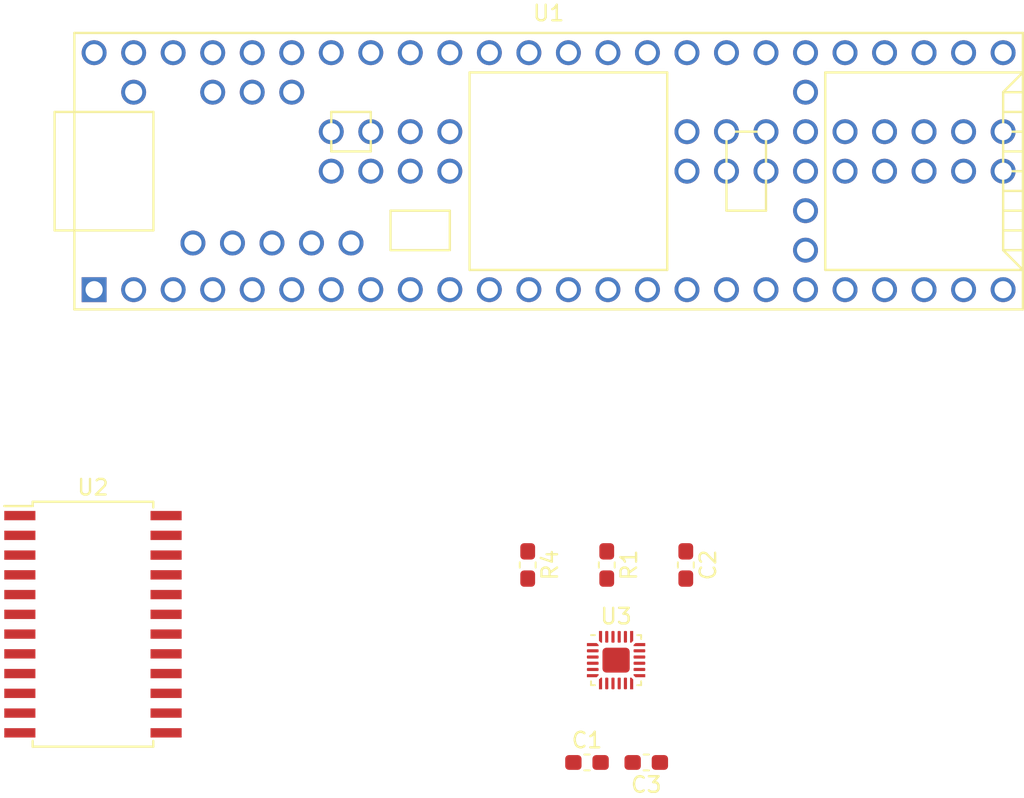
<source format=kicad_pcb>
(kicad_pcb (version 20171130) (host pcbnew "(5.0.0)")

  (general
    (thickness 1.6)
    (drawings 0)
    (tracks 0)
    (zones 0)
    (modules 8)
    (nets 109)
  )

  (page A4)
  (layers
    (0 F.Cu signal)
    (31 B.Cu signal)
    (32 B.Adhes user)
    (33 F.Adhes user)
    (34 B.Paste user)
    (35 F.Paste user)
    (36 B.SilkS user)
    (37 F.SilkS user)
    (38 B.Mask user)
    (39 F.Mask user)
    (40 Dwgs.User user)
    (41 Cmts.User user)
    (42 Eco1.User user)
    (43 Eco2.User user)
    (44 Edge.Cuts user)
    (45 Margin user)
    (46 B.CrtYd user)
    (47 F.CrtYd user)
    (48 B.Fab user)
    (49 F.Fab user)
  )

  (setup
    (last_trace_width 0.25)
    (trace_clearance 0.2)
    (zone_clearance 0.508)
    (zone_45_only no)
    (trace_min 0.2)
    (segment_width 0.2)
    (edge_width 0.15)
    (via_size 0.8)
    (via_drill 0.4)
    (via_min_size 0.4)
    (via_min_drill 0.3)
    (uvia_size 0.3)
    (uvia_drill 0.1)
    (uvias_allowed no)
    (uvia_min_size 0.2)
    (uvia_min_drill 0.1)
    (pcb_text_width 0.3)
    (pcb_text_size 1.5 1.5)
    (mod_edge_width 0.15)
    (mod_text_size 1 1)
    (mod_text_width 0.15)
    (pad_size 1.524 1.524)
    (pad_drill 0.762)
    (pad_to_mask_clearance 0.2)
    (aux_axis_origin 0 0)
    (visible_elements FFFFFF7F)
    (pcbplotparams
      (layerselection 0x010fc_ffffffff)
      (usegerberextensions false)
      (usegerberattributes false)
      (usegerberadvancedattributes false)
      (creategerberjobfile false)
      (excludeedgelayer true)
      (linewidth 0.100000)
      (plotframeref false)
      (viasonmask false)
      (mode 1)
      (useauxorigin false)
      (hpglpennumber 1)
      (hpglpenspeed 20)
      (hpglpendiameter 15.000000)
      (psnegative false)
      (psa4output false)
      (plotreference true)
      (plotvalue true)
      (plotinvisibletext false)
      (padsonsilk false)
      (subtractmaskfromsilk false)
      (outputformat 1)
      (mirror false)
      (drillshape 1)
      (scaleselection 1)
      (outputdirectory ""))
  )

  (net 0 "")
  (net 1 SDA)
  (net 2 "Net-(U2-Pad2)")
  (net 3 "Net-(U2-Pad3)")
  (net 4 "Net-(U2-Pad4)")
  (net 5 "Net-(U2-Pad5)")
  (net 6 "Net-(U2-Pad6)")
  (net 7 "Net-(U2-Pad7)")
  (net 8 "Net-(U2-Pad8)")
  (net 9 SDA1)
  (net 10 S0)
  (net 11 S1)
  (net 12 Earth)
  (net 13 S3)
  (net 14 S2)
  (net 15 "Net-(U2-Pad16)")
  (net 16 "Net-(U2-Pad17)")
  (net 17 "Net-(U2-Pad18)")
  (net 18 "Net-(U2-Pad19)")
  (net 19 "Net-(U2-Pad20)")
  (net 20 "Net-(U2-Pad21)")
  (net 21 "Net-(U2-Pad22)")
  (net 22 "Net-(U2-Pad23)")
  (net 23 3.3V)
  (net 24 "Net-(U3-Pad7)")
  (net 25 "Net-(C3-Pad1)")
  (net 26 SYNC)
  (net 27 "Net-(U3-Pad12)")
  (net 28 "Net-(U3-Pad21)")
  (net 29 SCL)
  (net 30 "Net-(U1-Pad17)")
  (net 31 "Net-(U1-Pad18)")
  (net 32 "Net-(U1-Pad19)")
  (net 33 "Net-(U1-Pad20)")
  (net 34 "Net-(U1-Pad16)")
  (net 35 "Net-(U1-Pad15)")
  (net 36 "Net-(U1-Pad14)")
  (net 37 "Net-(U1-Pad21)")
  (net 38 "Net-(U1-Pad22)")
  (net 39 "Net-(U1-Pad23)")
  (net 40 "Net-(U1-Pad24)")
  (net 41 "Net-(U1-Pad25)")
  (net 42 "Net-(U1-Pad26)")
  (net 43 "Net-(U1-Pad27)")
  (net 44 "Net-(U1-Pad28)")
  (net 45 "Net-(U1-Pad29)")
  (net 46 "Net-(U1-Pad30)")
  (net 47 "Net-(U1-Pad31)")
  (net 48 "Net-(U1-Pad32)")
  (net 49 "Net-(U1-Pad33)")
  (net 50 "Net-(U1-Pad34)")
  (net 51 "Net-(U1-Pad35)")
  (net 52 "Net-(U1-Pad36)")
  (net 53 "Net-(U1-Pad37)")
  (net 54 "Net-(U1-Pad13)")
  (net 55 "Net-(U1-Pad12)")
  (net 56 "Net-(U1-Pad11)")
  (net 57 "Net-(U1-Pad6)")
  (net 58 "Net-(U1-Pad5)")
  (net 59 "Net-(U1-Pad4)")
  (net 60 "Net-(U1-Pad3)")
  (net 61 "Net-(U1-Pad2)")
  (net 62 "Net-(U1-Pad1)")
  (net 63 "Net-(U1-Pad38)")
  (net 64 "Net-(U1-Pad39)")
  (net 65 "Net-(U1-Pad40)")
  (net 66 "Net-(U1-Pad41)")
  (net 67 "Net-(U1-Pad42)")
  (net 68 "Net-(U1-Pad43)")
  (net 69 "Net-(U1-Pad44)")
  (net 70 "Net-(U1-Pad47)")
  (net 71 "Net-(U1-Pad48)")
  (net 72 "Net-(U1-Pad49)")
  (net 73 "Net-(U1-Pad50)")
  (net 74 "Net-(U1-Pad52)")
  (net 75 "Net-(U1-Pad53)")
  (net 76 "Net-(U1-Pad54)")
  (net 77 "Net-(U1-Pad55)")
  (net 78 "Net-(U1-Pad56)")
  (net 79 "Net-(U1-Pad57)")
  (net 80 "Net-(U1-Pad63)")
  (net 81 "Net-(U1-Pad64)")
  (net 82 "Net-(U1-Pad65)")
  (net 83 "Net-(U1-Pad66)")
  (net 84 "Net-(U1-Pad67)")
  (net 85 "Net-(U1-Pad68)")
  (net 86 "Net-(U1-Pad69)")
  (net 87 "Net-(U1-Pad70)")
  (net 88 "Net-(U1-Pad71)")
  (net 89 "Net-(U1-Pad72)")
  (net 90 "Net-(U1-Pad73)")
  (net 91 "Net-(U1-Pad74)")
  (net 92 "Net-(U1-Pad75)")
  (net 93 "Net-(U1-Pad76)")
  (net 94 "Net-(U1-Pad77)")
  (net 95 "Net-(U1-Pad78)")
  (net 96 "Net-(U1-Pad79)")
  (net 97 "Net-(U1-Pad80)")
  (net 98 "Net-(U1-Pad81)")
  (net 99 "Net-(U1-Pad82)")
  (net 100 "Net-(U1-Pad83)")
  (net 101 "Net-(U1-Pad84)")
  (net 102 "Net-(U1-Pad85)")
  (net 103 "Net-(U1-Pad86)")
  (net 104 "Net-(U1-Pad58)")
  (net 105 "Net-(U1-Pad59)")
  (net 106 "Net-(U1-Pad60)")
  (net 107 "Net-(U1-Pad61)")
  (net 108 "Net-(U1-Pad62)")

  (net_class Default "This is the default net class."
    (clearance 0.2)
    (trace_width 0.25)
    (via_dia 0.8)
    (via_drill 0.4)
    (uvia_dia 0.3)
    (uvia_drill 0.1)
    (add_net 3.3V)
    (add_net Earth)
    (add_net "Net-(C3-Pad1)")
    (add_net "Net-(U1-Pad1)")
    (add_net "Net-(U1-Pad11)")
    (add_net "Net-(U1-Pad12)")
    (add_net "Net-(U1-Pad13)")
    (add_net "Net-(U1-Pad14)")
    (add_net "Net-(U1-Pad15)")
    (add_net "Net-(U1-Pad16)")
    (add_net "Net-(U1-Pad17)")
    (add_net "Net-(U1-Pad18)")
    (add_net "Net-(U1-Pad19)")
    (add_net "Net-(U1-Pad2)")
    (add_net "Net-(U1-Pad20)")
    (add_net "Net-(U1-Pad21)")
    (add_net "Net-(U1-Pad22)")
    (add_net "Net-(U1-Pad23)")
    (add_net "Net-(U1-Pad24)")
    (add_net "Net-(U1-Pad25)")
    (add_net "Net-(U1-Pad26)")
    (add_net "Net-(U1-Pad27)")
    (add_net "Net-(U1-Pad28)")
    (add_net "Net-(U1-Pad29)")
    (add_net "Net-(U1-Pad3)")
    (add_net "Net-(U1-Pad30)")
    (add_net "Net-(U1-Pad31)")
    (add_net "Net-(U1-Pad32)")
    (add_net "Net-(U1-Pad33)")
    (add_net "Net-(U1-Pad34)")
    (add_net "Net-(U1-Pad35)")
    (add_net "Net-(U1-Pad36)")
    (add_net "Net-(U1-Pad37)")
    (add_net "Net-(U1-Pad38)")
    (add_net "Net-(U1-Pad39)")
    (add_net "Net-(U1-Pad4)")
    (add_net "Net-(U1-Pad40)")
    (add_net "Net-(U1-Pad41)")
    (add_net "Net-(U1-Pad42)")
    (add_net "Net-(U1-Pad43)")
    (add_net "Net-(U1-Pad44)")
    (add_net "Net-(U1-Pad47)")
    (add_net "Net-(U1-Pad48)")
    (add_net "Net-(U1-Pad49)")
    (add_net "Net-(U1-Pad5)")
    (add_net "Net-(U1-Pad50)")
    (add_net "Net-(U1-Pad52)")
    (add_net "Net-(U1-Pad53)")
    (add_net "Net-(U1-Pad54)")
    (add_net "Net-(U1-Pad55)")
    (add_net "Net-(U1-Pad56)")
    (add_net "Net-(U1-Pad57)")
    (add_net "Net-(U1-Pad58)")
    (add_net "Net-(U1-Pad59)")
    (add_net "Net-(U1-Pad6)")
    (add_net "Net-(U1-Pad60)")
    (add_net "Net-(U1-Pad61)")
    (add_net "Net-(U1-Pad62)")
    (add_net "Net-(U1-Pad63)")
    (add_net "Net-(U1-Pad64)")
    (add_net "Net-(U1-Pad65)")
    (add_net "Net-(U1-Pad66)")
    (add_net "Net-(U1-Pad67)")
    (add_net "Net-(U1-Pad68)")
    (add_net "Net-(U1-Pad69)")
    (add_net "Net-(U1-Pad70)")
    (add_net "Net-(U1-Pad71)")
    (add_net "Net-(U1-Pad72)")
    (add_net "Net-(U1-Pad73)")
    (add_net "Net-(U1-Pad74)")
    (add_net "Net-(U1-Pad75)")
    (add_net "Net-(U1-Pad76)")
    (add_net "Net-(U1-Pad77)")
    (add_net "Net-(U1-Pad78)")
    (add_net "Net-(U1-Pad79)")
    (add_net "Net-(U1-Pad80)")
    (add_net "Net-(U1-Pad81)")
    (add_net "Net-(U1-Pad82)")
    (add_net "Net-(U1-Pad83)")
    (add_net "Net-(U1-Pad84)")
    (add_net "Net-(U1-Pad85)")
    (add_net "Net-(U1-Pad86)")
    (add_net "Net-(U2-Pad16)")
    (add_net "Net-(U2-Pad17)")
    (add_net "Net-(U2-Pad18)")
    (add_net "Net-(U2-Pad19)")
    (add_net "Net-(U2-Pad2)")
    (add_net "Net-(U2-Pad20)")
    (add_net "Net-(U2-Pad21)")
    (add_net "Net-(U2-Pad22)")
    (add_net "Net-(U2-Pad23)")
    (add_net "Net-(U2-Pad3)")
    (add_net "Net-(U2-Pad4)")
    (add_net "Net-(U2-Pad5)")
    (add_net "Net-(U2-Pad6)")
    (add_net "Net-(U2-Pad7)")
    (add_net "Net-(U2-Pad8)")
    (add_net "Net-(U3-Pad12)")
    (add_net "Net-(U3-Pad21)")
    (add_net "Net-(U3-Pad7)")
    (add_net S0)
    (add_net S1)
    (add_net S2)
    (add_net S3)
    (add_net SCL)
    (add_net SDA)
    (add_net SDA1)
    (add_net SYNC)
  )

  (module Capacitor_SMD:C_0603_1608Metric_Pad1.05x0.95mm_HandSolder (layer F.Cu) (tedit 5B301BBE) (tstamp 5B638604)
    (at 163.83 123.19 180)
    (descr "Capacitor SMD 0603 (1608 Metric), square (rectangular) end terminal, IPC_7351 nominal with elongated pad for handsoldering. (Body size source: http://www.tortai-tech.com/upload/download/2011102023233369053.pdf), generated with kicad-footprint-generator")
    (tags "capacitor handsolder")
    (path /5B61DB0E)
    (attr smd)
    (fp_text reference C3 (at 0 -1.43 180) (layer F.SilkS)
      (effects (font (size 1 1) (thickness 0.15)))
    )
    (fp_text value 0.1uF (at 0 1.43 180) (layer F.Fab)
      (effects (font (size 1 1) (thickness 0.15)))
    )
    (fp_line (start -0.8 0.4) (end -0.8 -0.4) (layer F.Fab) (width 0.1))
    (fp_line (start -0.8 -0.4) (end 0.8 -0.4) (layer F.Fab) (width 0.1))
    (fp_line (start 0.8 -0.4) (end 0.8 0.4) (layer F.Fab) (width 0.1))
    (fp_line (start 0.8 0.4) (end -0.8 0.4) (layer F.Fab) (width 0.1))
    (fp_line (start -0.171267 -0.51) (end 0.171267 -0.51) (layer F.SilkS) (width 0.12))
    (fp_line (start -0.171267 0.51) (end 0.171267 0.51) (layer F.SilkS) (width 0.12))
    (fp_line (start -1.65 0.73) (end -1.65 -0.73) (layer F.CrtYd) (width 0.05))
    (fp_line (start -1.65 -0.73) (end 1.65 -0.73) (layer F.CrtYd) (width 0.05))
    (fp_line (start 1.65 -0.73) (end 1.65 0.73) (layer F.CrtYd) (width 0.05))
    (fp_line (start 1.65 0.73) (end -1.65 0.73) (layer F.CrtYd) (width 0.05))
    (fp_text user %R (at 0 0 180) (layer F.Fab)
      (effects (font (size 0.4 0.4) (thickness 0.06)))
    )
    (pad 1 smd roundrect (at -0.875 0 180) (size 1.05 0.95) (layers F.Cu F.Paste F.Mask) (roundrect_rratio 0.25)
      (net 25 "Net-(C3-Pad1)"))
    (pad 2 smd roundrect (at 0.875 0 180) (size 1.05 0.95) (layers F.Cu F.Paste F.Mask) (roundrect_rratio 0.25)
      (net 12 Earth))
    (model ${KISYS3DMOD}/Capacitor_SMD.3dshapes/C_0603_1608Metric.wrl
      (at (xyz 0 0 0))
      (scale (xyz 1 1 1))
      (rotate (xyz 0 0 0))
    )
  )

  (module Capacitor_SMD:C_0603_1608Metric_Pad1.05x0.95mm_HandSolder (layer F.Cu) (tedit 5B301BBE) (tstamp 5B6385F3)
    (at 166.37 110.49 270)
    (descr "Capacitor SMD 0603 (1608 Metric), square (rectangular) end terminal, IPC_7351 nominal with elongated pad for handsoldering. (Body size source: http://www.tortai-tech.com/upload/download/2011102023233369053.pdf), generated with kicad-footprint-generator")
    (tags "capacitor handsolder")
    (path /5B6246E3)
    (attr smd)
    (fp_text reference C2 (at 0 -1.43 270) (layer F.SilkS)
      (effects (font (size 1 1) (thickness 0.15)))
    )
    (fp_text value 0.1uF (at 0 1.43 270) (layer F.Fab)
      (effects (font (size 1 1) (thickness 0.15)))
    )
    (fp_text user %R (at 0 0 270) (layer F.Fab)
      (effects (font (size 0.4 0.4) (thickness 0.06)))
    )
    (fp_line (start 1.65 0.73) (end -1.65 0.73) (layer F.CrtYd) (width 0.05))
    (fp_line (start 1.65 -0.73) (end 1.65 0.73) (layer F.CrtYd) (width 0.05))
    (fp_line (start -1.65 -0.73) (end 1.65 -0.73) (layer F.CrtYd) (width 0.05))
    (fp_line (start -1.65 0.73) (end -1.65 -0.73) (layer F.CrtYd) (width 0.05))
    (fp_line (start -0.171267 0.51) (end 0.171267 0.51) (layer F.SilkS) (width 0.12))
    (fp_line (start -0.171267 -0.51) (end 0.171267 -0.51) (layer F.SilkS) (width 0.12))
    (fp_line (start 0.8 0.4) (end -0.8 0.4) (layer F.Fab) (width 0.1))
    (fp_line (start 0.8 -0.4) (end 0.8 0.4) (layer F.Fab) (width 0.1))
    (fp_line (start -0.8 -0.4) (end 0.8 -0.4) (layer F.Fab) (width 0.1))
    (fp_line (start -0.8 0.4) (end -0.8 -0.4) (layer F.Fab) (width 0.1))
    (pad 2 smd roundrect (at 0.875 0 270) (size 1.05 0.95) (layers F.Cu F.Paste F.Mask) (roundrect_rratio 0.25)
      (net 12 Earth))
    (pad 1 smd roundrect (at -0.875 0 270) (size 1.05 0.95) (layers F.Cu F.Paste F.Mask) (roundrect_rratio 0.25)
      (net 23 3.3V))
    (model ${KISYS3DMOD}/Capacitor_SMD.3dshapes/C_0603_1608Metric.wrl
      (at (xyz 0 0 0))
      (scale (xyz 1 1 1))
      (rotate (xyz 0 0 0))
    )
  )

  (module Capacitor_SMD:C_0603_1608Metric_Pad1.05x0.95mm_HandSolder (layer F.Cu) (tedit 5B301BBE) (tstamp 5B6385E2)
    (at 160.02 123.19)
    (descr "Capacitor SMD 0603 (1608 Metric), square (rectangular) end terminal, IPC_7351 nominal with elongated pad for handsoldering. (Body size source: http://www.tortai-tech.com/upload/download/2011102023233369053.pdf), generated with kicad-footprint-generator")
    (tags "capacitor handsolder")
    (path /5B626104)
    (attr smd)
    (fp_text reference C1 (at 0 -1.43) (layer F.SilkS)
      (effects (font (size 1 1) (thickness 0.15)))
    )
    (fp_text value 10nF (at 0 1.43) (layer F.Fab)
      (effects (font (size 1 1) (thickness 0.15)))
    )
    (fp_line (start -0.8 0.4) (end -0.8 -0.4) (layer F.Fab) (width 0.1))
    (fp_line (start -0.8 -0.4) (end 0.8 -0.4) (layer F.Fab) (width 0.1))
    (fp_line (start 0.8 -0.4) (end 0.8 0.4) (layer F.Fab) (width 0.1))
    (fp_line (start 0.8 0.4) (end -0.8 0.4) (layer F.Fab) (width 0.1))
    (fp_line (start -0.171267 -0.51) (end 0.171267 -0.51) (layer F.SilkS) (width 0.12))
    (fp_line (start -0.171267 0.51) (end 0.171267 0.51) (layer F.SilkS) (width 0.12))
    (fp_line (start -1.65 0.73) (end -1.65 -0.73) (layer F.CrtYd) (width 0.05))
    (fp_line (start -1.65 -0.73) (end 1.65 -0.73) (layer F.CrtYd) (width 0.05))
    (fp_line (start 1.65 -0.73) (end 1.65 0.73) (layer F.CrtYd) (width 0.05))
    (fp_line (start 1.65 0.73) (end -1.65 0.73) (layer F.CrtYd) (width 0.05))
    (fp_text user %R (at 0 0) (layer F.Fab)
      (effects (font (size 0.4 0.4) (thickness 0.06)))
    )
    (pad 1 smd roundrect (at -0.875 0) (size 1.05 0.95) (layers F.Cu F.Paste F.Mask) (roundrect_rratio 0.25)
      (net 23 3.3V))
    (pad 2 smd roundrect (at 0.875 0) (size 1.05 0.95) (layers F.Cu F.Paste F.Mask) (roundrect_rratio 0.25)
      (net 12 Earth))
    (model ${KISYS3DMOD}/Capacitor_SMD.3dshapes/C_0603_1608Metric.wrl
      (at (xyz 0 0 0))
      (scale (xyz 1 1 1))
      (rotate (xyz 0 0 0))
    )
  )

  (module Package_DFN_QFN:QFN-24-1EP_3x3mm_P0.4mm_EP1.75x1.6mm (layer F.Cu) (tedit 5B4E6D2C) (tstamp 5B6385D1)
    (at 161.89 116.61)
    (descr "QFN, 24 Pin (https://www.invensense.com/wp-content/uploads/2015/02/PS-MPU-9250A-01-v1.1.pdf (page 39)), generated with kicad-footprint-generator ipc_dfn_qfn_generator.py")
    (tags "QFN DFN_QFN")
    (path /5B61CF2F)
    (attr smd)
    (fp_text reference U3 (at 0 -2.82) (layer F.SilkS)
      (effects (font (size 1 1) (thickness 0.15)))
    )
    (fp_text value MPU-9250 (at 0 2.82) (layer F.Fab)
      (effects (font (size 1 1) (thickness 0.15)))
    )
    (fp_line (start 1.36 -1.61) (end 1.61 -1.61) (layer F.SilkS) (width 0.12))
    (fp_line (start 1.61 -1.61) (end 1.61 -1.36) (layer F.SilkS) (width 0.12))
    (fp_line (start -1.36 1.61) (end -1.61 1.61) (layer F.SilkS) (width 0.12))
    (fp_line (start -1.61 1.61) (end -1.61 1.36) (layer F.SilkS) (width 0.12))
    (fp_line (start 1.36 1.61) (end 1.61 1.61) (layer F.SilkS) (width 0.12))
    (fp_line (start 1.61 1.61) (end 1.61 1.36) (layer F.SilkS) (width 0.12))
    (fp_line (start -1.36 -1.61) (end -1.61 -1.61) (layer F.SilkS) (width 0.12))
    (fp_line (start -0.75 -1.5) (end 1.5 -1.5) (layer F.Fab) (width 0.1))
    (fp_line (start 1.5 -1.5) (end 1.5 1.5) (layer F.Fab) (width 0.1))
    (fp_line (start 1.5 1.5) (end -1.5 1.5) (layer F.Fab) (width 0.1))
    (fp_line (start -1.5 1.5) (end -1.5 -0.75) (layer F.Fab) (width 0.1))
    (fp_line (start -1.5 -0.75) (end -0.75 -1.5) (layer F.Fab) (width 0.1))
    (fp_line (start -2.12 -2.12) (end -2.12 2.12) (layer F.CrtYd) (width 0.05))
    (fp_line (start -2.12 2.12) (end 2.12 2.12) (layer F.CrtYd) (width 0.05))
    (fp_line (start 2.12 2.12) (end 2.12 -2.12) (layer F.CrtYd) (width 0.05))
    (fp_line (start 2.12 -2.12) (end -2.12 -2.12) (layer F.CrtYd) (width 0.05))
    (fp_text user %R (at 0 0) (layer F.Fab)
      (effects (font (size 0.75 0.75) (thickness 0.11)))
    )
    (pad 25 smd roundrect (at 0 0) (size 1.75 1.6) (layers F.Cu F.Mask) (roundrect_rratio 0.15625))
    (pad "" smd roundrect (at -0.44 -0.4) (size 0.71 0.64) (layers F.Paste) (roundrect_rratio 0.25))
    (pad "" smd roundrect (at -0.44 0.4) (size 0.71 0.64) (layers F.Paste) (roundrect_rratio 0.25))
    (pad "" smd roundrect (at 0.44 -0.4) (size 0.71 0.64) (layers F.Paste) (roundrect_rratio 0.25))
    (pad "" smd roundrect (at 0.44 0.4) (size 0.71 0.64) (layers F.Paste) (roundrect_rratio 0.25))
    (pad 1 smd custom (at -1.5 -1) (size 0.115147 0.115147) (layers F.Cu F.Paste F.Mask)
      (net 23 3.3V)
      (options (clearance outline) (anchor circle))
      (primitives
        (gr_poly (pts
           (xy -0.375 -0.1) (xy 0.255 -0.1) (xy 0.375 0.02) (xy 0.375 0.1) (xy -0.375 0.1)
) (width 0))
      ))
    (pad 2 smd roundrect (at -1.5 -0.6) (size 0.75 0.2) (layers F.Cu F.Paste F.Mask) (roundrect_rratio 0.25))
    (pad 3 smd roundrect (at -1.5 -0.2) (size 0.75 0.2) (layers F.Cu F.Paste F.Mask) (roundrect_rratio 0.25))
    (pad 4 smd roundrect (at -1.5 0.2) (size 0.75 0.2) (layers F.Cu F.Paste F.Mask) (roundrect_rratio 0.25))
    (pad 5 smd roundrect (at -1.5 0.6) (size 0.75 0.2) (layers F.Cu F.Paste F.Mask) (roundrect_rratio 0.25))
    (pad 6 smd custom (at -1.5 1) (size 0.115147 0.115147) (layers F.Cu F.Paste F.Mask)
      (options (clearance outline) (anchor circle))
      (primitives
        (gr_poly (pts
           (xy -0.375 -0.1) (xy 0.375 -0.1) (xy 0.375 -0.02) (xy 0.255 0.1) (xy -0.375 0.1)
) (width 0))
      ))
    (pad 7 smd custom (at -1 1.5) (size 0.115147 0.115147) (layers F.Cu F.Paste F.Mask)
      (net 24 "Net-(U3-Pad7)")
      (options (clearance outline) (anchor circle))
      (primitives
        (gr_poly (pts
           (xy -0.1 -0.255) (xy 0.02 -0.375) (xy 0.1 -0.375) (xy 0.1 0.375) (xy -0.1 0.375)
) (width 0))
      ))
    (pad 8 smd roundrect (at -0.6 1.5) (size 0.2 0.75) (layers F.Cu F.Paste F.Mask) (roundrect_rratio 0.25)
      (net 23 3.3V))
    (pad 9 smd roundrect (at -0.2 1.5) (size 0.2 0.75) (layers F.Cu F.Paste F.Mask) (roundrect_rratio 0.25)
      (net 12 Earth))
    (pad 10 smd roundrect (at 0.2 1.5) (size 0.2 0.75) (layers F.Cu F.Paste F.Mask) (roundrect_rratio 0.25)
      (net 25 "Net-(C3-Pad1)"))
    (pad 11 smd roundrect (at 0.6 1.5) (size 0.2 0.75) (layers F.Cu F.Paste F.Mask) (roundrect_rratio 0.25)
      (net 26 SYNC))
    (pad 12 smd custom (at 1 1.5) (size 0.115147 0.115147) (layers F.Cu F.Paste F.Mask)
      (net 27 "Net-(U3-Pad12)")
      (options (clearance outline) (anchor circle))
      (primitives
        (gr_poly (pts
           (xy -0.1 -0.375) (xy -0.02 -0.375) (xy 0.1 -0.255) (xy 0.1 0.375) (xy -0.1 0.375)
) (width 0))
      ))
    (pad 13 smd custom (at 1.5 1) (size 0.115147 0.115147) (layers F.Cu F.Paste F.Mask)
      (net 23 3.3V)
      (options (clearance outline) (anchor circle))
      (primitives
        (gr_poly (pts
           (xy -0.375 -0.1) (xy 0.375 -0.1) (xy 0.375 0.1) (xy -0.255 0.1) (xy -0.375 -0.02)
) (width 0))
      ))
    (pad 14 smd roundrect (at 1.5 0.6) (size 0.75 0.2) (layers F.Cu F.Paste F.Mask) (roundrect_rratio 0.25))
    (pad 15 smd roundrect (at 1.5 0.2) (size 0.75 0.2) (layers F.Cu F.Paste F.Mask) (roundrect_rratio 0.25))
    (pad 16 smd roundrect (at 1.5 -0.2) (size 0.75 0.2) (layers F.Cu F.Paste F.Mask) (roundrect_rratio 0.25))
    (pad 17 smd roundrect (at 1.5 -0.6) (size 0.75 0.2) (layers F.Cu F.Paste F.Mask) (roundrect_rratio 0.25))
    (pad 18 smd custom (at 1.5 -1) (size 0.115147 0.115147) (layers F.Cu F.Paste F.Mask)
      (net 12 Earth)
      (options (clearance outline) (anchor circle))
      (primitives
        (gr_poly (pts
           (xy -0.375 0.02) (xy -0.255 -0.1) (xy 0.375 -0.1) (xy 0.375 0.1) (xy -0.375 0.1)
) (width 0))
      ))
    (pad 19 smd custom (at 1 -1.5) (size 0.115147 0.115147) (layers F.Cu F.Paste F.Mask)
      (options (clearance outline) (anchor circle))
      (primitives
        (gr_poly (pts
           (xy -0.1 -0.375) (xy 0.1 -0.375) (xy 0.1 0.255) (xy -0.02 0.375) (xy -0.1 0.375)
) (width 0))
      ))
    (pad 20 smd roundrect (at 0.6 -1.5) (size 0.2 0.75) (layers F.Cu F.Paste F.Mask) (roundrect_rratio 0.25)
      (net 12 Earth))
    (pad 21 smd roundrect (at 0.2 -1.5) (size 0.2 0.75) (layers F.Cu F.Paste F.Mask) (roundrect_rratio 0.25)
      (net 28 "Net-(U3-Pad21)"))
    (pad 22 smd roundrect (at -0.2 -1.5) (size 0.2 0.75) (layers F.Cu F.Paste F.Mask) (roundrect_rratio 0.25)
      (net 23 3.3V))
    (pad 23 smd roundrect (at -0.6 -1.5) (size 0.2 0.75) (layers F.Cu F.Paste F.Mask) (roundrect_rratio 0.25)
      (net 29 SCL))
    (pad 24 smd custom (at -1 -1.5) (size 0.115147 0.115147) (layers F.Cu F.Paste F.Mask)
      (net 9 SDA1)
      (options (clearance outline) (anchor circle))
      (primitives
        (gr_poly (pts
           (xy -0.1 -0.375) (xy 0.1 -0.375) (xy 0.1 0.375) (xy 0.02 0.375) (xy -0.1 0.255)
) (width 0))
      ))
    (model ${KISYS3DMOD}/Package_DFN_QFN.3dshapes/QFN-24-1EP_3x3mm_P0.4mm_EP1.75x1.6mm.wrl
      (at (xyz 0 0 0))
      (scale (xyz 1 1 1))
      (rotate (xyz 0 0 0))
    )
  )

  (module Package_SO:SOIC-24W_7.5x15.4mm_P1.27mm (layer F.Cu) (tedit 5A02F2D3) (tstamp 5B63859F)
    (at 128.27 114.3)
    (descr "24-Lead Plastic Small Outline (SO) - Wide, 7.50 mm Body [SOIC] (see Microchip Packaging Specification 00000049BS.pdf)")
    (tags "SOIC 1.27")
    (path /5B61D38B)
    (attr smd)
    (fp_text reference U2 (at 0 -8.8) (layer F.SilkS)
      (effects (font (size 1 1) (thickness 0.15)))
    )
    (fp_text value CD74HC4067M (at 0 8.8) (layer F.Fab)
      (effects (font (size 1 1) (thickness 0.15)))
    )
    (fp_text user %R (at 0 0) (layer F.Fab)
      (effects (font (size 1 1) (thickness 0.15)))
    )
    (fp_line (start -2.75 -7.7) (end 3.75 -7.7) (layer F.Fab) (width 0.15))
    (fp_line (start 3.75 -7.7) (end 3.75 7.7) (layer F.Fab) (width 0.15))
    (fp_line (start 3.75 7.7) (end -3.75 7.7) (layer F.Fab) (width 0.15))
    (fp_line (start -3.75 7.7) (end -3.75 -6.7) (layer F.Fab) (width 0.15))
    (fp_line (start -3.75 -6.7) (end -2.75 -7.7) (layer F.Fab) (width 0.15))
    (fp_line (start -5.95 -8.05) (end -5.95 8.05) (layer F.CrtYd) (width 0.05))
    (fp_line (start 5.95 -8.05) (end 5.95 8.05) (layer F.CrtYd) (width 0.05))
    (fp_line (start -5.95 -8.05) (end 5.95 -8.05) (layer F.CrtYd) (width 0.05))
    (fp_line (start -5.95 8.05) (end 5.95 8.05) (layer F.CrtYd) (width 0.05))
    (fp_line (start -3.875 -7.875) (end -3.875 -7.6) (layer F.SilkS) (width 0.15))
    (fp_line (start 3.875 -7.875) (end 3.875 -7.51) (layer F.SilkS) (width 0.15))
    (fp_line (start 3.875 7.875) (end 3.875 7.51) (layer F.SilkS) (width 0.15))
    (fp_line (start -3.875 7.875) (end -3.875 7.51) (layer F.SilkS) (width 0.15))
    (fp_line (start -3.875 -7.875) (end 3.875 -7.875) (layer F.SilkS) (width 0.15))
    (fp_line (start -3.875 7.875) (end 3.875 7.875) (layer F.SilkS) (width 0.15))
    (fp_line (start -3.875 -7.6) (end -5.7 -7.6) (layer F.SilkS) (width 0.15))
    (pad 1 smd rect (at -4.7 -6.985) (size 2 0.6) (layers F.Cu F.Paste F.Mask)
      (net 1 SDA))
    (pad 2 smd rect (at -4.7 -5.715) (size 2 0.6) (layers F.Cu F.Paste F.Mask)
      (net 2 "Net-(U2-Pad2)"))
    (pad 3 smd rect (at -4.7 -4.445) (size 2 0.6) (layers F.Cu F.Paste F.Mask)
      (net 3 "Net-(U2-Pad3)"))
    (pad 4 smd rect (at -4.7 -3.175) (size 2 0.6) (layers F.Cu F.Paste F.Mask)
      (net 4 "Net-(U2-Pad4)"))
    (pad 5 smd rect (at -4.7 -1.905) (size 2 0.6) (layers F.Cu F.Paste F.Mask)
      (net 5 "Net-(U2-Pad5)"))
    (pad 6 smd rect (at -4.7 -0.635) (size 2 0.6) (layers F.Cu F.Paste F.Mask)
      (net 6 "Net-(U2-Pad6)"))
    (pad 7 smd rect (at -4.7 0.635) (size 2 0.6) (layers F.Cu F.Paste F.Mask)
      (net 7 "Net-(U2-Pad7)"))
    (pad 8 smd rect (at -4.7 1.905) (size 2 0.6) (layers F.Cu F.Paste F.Mask)
      (net 8 "Net-(U2-Pad8)"))
    (pad 9 smd rect (at -4.7 3.175) (size 2 0.6) (layers F.Cu F.Paste F.Mask)
      (net 9 SDA1))
    (pad 10 smd rect (at -4.7 4.445) (size 2 0.6) (layers F.Cu F.Paste F.Mask)
      (net 10 S0))
    (pad 11 smd rect (at -4.7 5.715) (size 2 0.6) (layers F.Cu F.Paste F.Mask)
      (net 11 S1))
    (pad 12 smd rect (at -4.7 6.985) (size 2 0.6) (layers F.Cu F.Paste F.Mask)
      (net 12 Earth))
    (pad 13 smd rect (at 4.7 6.985) (size 2 0.6) (layers F.Cu F.Paste F.Mask)
      (net 13 S3))
    (pad 14 smd rect (at 4.7 5.715) (size 2 0.6) (layers F.Cu F.Paste F.Mask)
      (net 14 S2))
    (pad 15 smd rect (at 4.7 4.445) (size 2 0.6) (layers F.Cu F.Paste F.Mask)
      (net 12 Earth))
    (pad 16 smd rect (at 4.7 3.175) (size 2 0.6) (layers F.Cu F.Paste F.Mask)
      (net 15 "Net-(U2-Pad16)"))
    (pad 17 smd rect (at 4.7 1.905) (size 2 0.6) (layers F.Cu F.Paste F.Mask)
      (net 16 "Net-(U2-Pad17)"))
    (pad 18 smd rect (at 4.7 0.635) (size 2 0.6) (layers F.Cu F.Paste F.Mask)
      (net 17 "Net-(U2-Pad18)"))
    (pad 19 smd rect (at 4.7 -0.635) (size 2 0.6) (layers F.Cu F.Paste F.Mask)
      (net 18 "Net-(U2-Pad19)"))
    (pad 20 smd rect (at 4.7 -1.905) (size 2 0.6) (layers F.Cu F.Paste F.Mask)
      (net 19 "Net-(U2-Pad20)"))
    (pad 21 smd rect (at 4.7 -3.175) (size 2 0.6) (layers F.Cu F.Paste F.Mask)
      (net 20 "Net-(U2-Pad21)"))
    (pad 22 smd rect (at 4.7 -4.445) (size 2 0.6) (layers F.Cu F.Paste F.Mask)
      (net 21 "Net-(U2-Pad22)"))
    (pad 23 smd rect (at 4.7 -5.715) (size 2 0.6) (layers F.Cu F.Paste F.Mask)
      (net 22 "Net-(U2-Pad23)"))
    (pad 24 smd rect (at 4.7 -6.985) (size 2 0.6) (layers F.Cu F.Paste F.Mask)
      (net 23 3.3V))
    (model ${KISYS3DMOD}/Package_SO.3dshapes/SOIC-24W_7.5x15.4mm_P1.27mm.wrl
      (at (xyz 0 0 0))
      (scale (xyz 1 1 1))
      (rotate (xyz 0 0 0))
    )
  )

  (module Resistor_SMD:R_0603_1608Metric_Pad1.05x0.95mm_HandSolder (layer F.Cu) (tedit 5B301BBD) (tstamp 5B638572)
    (at 156.21 110.49 270)
    (descr "Resistor SMD 0603 (1608 Metric), square (rectangular) end terminal, IPC_7351 nominal with elongated pad for handsoldering. (Body size source: http://www.tortai-tech.com/upload/download/2011102023233369053.pdf), generated with kicad-footprint-generator")
    (tags "resistor handsolder")
    (path /5B62DCDD)
    (attr smd)
    (fp_text reference R4 (at 0 -1.43 270) (layer F.SilkS)
      (effects (font (size 1 1) (thickness 0.15)))
    )
    (fp_text value 4.7K (at 0 1.43 270) (layer F.Fab)
      (effects (font (size 1 1) (thickness 0.15)))
    )
    (fp_text user %R (at 0 0 270) (layer F.Fab)
      (effects (font (size 0.4 0.4) (thickness 0.06)))
    )
    (fp_line (start 1.65 0.73) (end -1.65 0.73) (layer F.CrtYd) (width 0.05))
    (fp_line (start 1.65 -0.73) (end 1.65 0.73) (layer F.CrtYd) (width 0.05))
    (fp_line (start -1.65 -0.73) (end 1.65 -0.73) (layer F.CrtYd) (width 0.05))
    (fp_line (start -1.65 0.73) (end -1.65 -0.73) (layer F.CrtYd) (width 0.05))
    (fp_line (start -0.171267 0.51) (end 0.171267 0.51) (layer F.SilkS) (width 0.12))
    (fp_line (start -0.171267 -0.51) (end 0.171267 -0.51) (layer F.SilkS) (width 0.12))
    (fp_line (start 0.8 0.4) (end -0.8 0.4) (layer F.Fab) (width 0.1))
    (fp_line (start 0.8 -0.4) (end 0.8 0.4) (layer F.Fab) (width 0.1))
    (fp_line (start -0.8 -0.4) (end 0.8 -0.4) (layer F.Fab) (width 0.1))
    (fp_line (start -0.8 0.4) (end -0.8 -0.4) (layer F.Fab) (width 0.1))
    (pad 2 smd roundrect (at 0.875 0 270) (size 1.05 0.95) (layers F.Cu F.Paste F.Mask) (roundrect_rratio 0.25)
      (net 9 SDA1))
    (pad 1 smd roundrect (at -0.875 0 270) (size 1.05 0.95) (layers F.Cu F.Paste F.Mask) (roundrect_rratio 0.25)
      (net 23 3.3V))
    (model ${KISYS3DMOD}/Resistor_SMD.3dshapes/R_0603_1608Metric.wrl
      (at (xyz 0 0 0))
      (scale (xyz 1 1 1))
      (rotate (xyz 0 0 0))
    )
  )

  (module Resistor_SMD:R_0603_1608Metric_Pad1.05x0.95mm_HandSolder (layer F.Cu) (tedit 5B301BBD) (tstamp 5B638561)
    (at 161.29 110.49 270)
    (descr "Resistor SMD 0603 (1608 Metric), square (rectangular) end terminal, IPC_7351 nominal with elongated pad for handsoldering. (Body size source: http://www.tortai-tech.com/upload/download/2011102023233369053.pdf), generated with kicad-footprint-generator")
    (tags "resistor handsolder")
    (path /5B6365D4)
    (attr smd)
    (fp_text reference R1 (at 0 -1.43 270) (layer F.SilkS)
      (effects (font (size 1 1) (thickness 0.15)))
    )
    (fp_text value 4.7K (at 0 1.43 270) (layer F.Fab)
      (effects (font (size 1 1) (thickness 0.15)))
    )
    (fp_line (start -0.8 0.4) (end -0.8 -0.4) (layer F.Fab) (width 0.1))
    (fp_line (start -0.8 -0.4) (end 0.8 -0.4) (layer F.Fab) (width 0.1))
    (fp_line (start 0.8 -0.4) (end 0.8 0.4) (layer F.Fab) (width 0.1))
    (fp_line (start 0.8 0.4) (end -0.8 0.4) (layer F.Fab) (width 0.1))
    (fp_line (start -0.171267 -0.51) (end 0.171267 -0.51) (layer F.SilkS) (width 0.12))
    (fp_line (start -0.171267 0.51) (end 0.171267 0.51) (layer F.SilkS) (width 0.12))
    (fp_line (start -1.65 0.73) (end -1.65 -0.73) (layer F.CrtYd) (width 0.05))
    (fp_line (start -1.65 -0.73) (end 1.65 -0.73) (layer F.CrtYd) (width 0.05))
    (fp_line (start 1.65 -0.73) (end 1.65 0.73) (layer F.CrtYd) (width 0.05))
    (fp_line (start 1.65 0.73) (end -1.65 0.73) (layer F.CrtYd) (width 0.05))
    (fp_text user %R (at 0 0 270) (layer F.Fab)
      (effects (font (size 0.4 0.4) (thickness 0.06)))
    )
    (pad 1 smd roundrect (at -0.875 0 270) (size 1.05 0.95) (layers F.Cu F.Paste F.Mask) (roundrect_rratio 0.25)
      (net 23 3.3V))
    (pad 2 smd roundrect (at 0.875 0 270) (size 1.05 0.95) (layers F.Cu F.Paste F.Mask) (roundrect_rratio 0.25)
      (net 29 SCL))
    (model ${KISYS3DMOD}/Resistor_SMD.3dshapes/R_0603_1608Metric.wrl
      (at (xyz 0 0 0))
      (scale (xyz 1 1 1))
      (rotate (xyz 0 0 0))
    )
  )

  (module Teensy:Teensy35_36 (layer F.Cu) (tedit 58E3CF68) (tstamp 5B638550)
    (at 157.555001 85.165001)
    (path /5B61D2C0)
    (fp_text reference U1 (at 0 -10.16) (layer F.SilkS)
      (effects (font (size 1 1) (thickness 0.15)))
    )
    (fp_text value Teensy3.6 (at 0 10.16) (layer F.Fab)
      (effects (font (size 1 1) (thickness 0.15)))
    )
    (fp_line (start -13.97 -3.81) (end -13.97 -1.27) (layer F.SilkS) (width 0.15))
    (fp_line (start -13.97 -1.27) (end -11.43 -1.27) (layer F.SilkS) (width 0.15))
    (fp_line (start -11.43 -1.27) (end -11.43 -3.81) (layer F.SilkS) (width 0.15))
    (fp_line (start -11.43 -3.81) (end -13.97 -3.81) (layer F.SilkS) (width 0.15))
    (fp_line (start -6.35 5.08) (end -10.16 5.08) (layer F.SilkS) (width 0.15))
    (fp_line (start -10.16 5.08) (end -10.16 2.54) (layer F.SilkS) (width 0.15))
    (fp_line (start -10.16 2.54) (end -6.35 2.54) (layer F.SilkS) (width 0.15))
    (fp_line (start -6.35 2.54) (end -6.35 5.08) (layer F.SilkS) (width 0.15))
    (fp_line (start 7.62 6.35) (end 7.62 -6.35) (layer F.SilkS) (width 0.15))
    (fp_line (start -5.08 -6.35) (end -5.08 6.35) (layer F.SilkS) (width 0.15))
    (fp_line (start -5.08 6.35) (end 7.62 6.35) (layer F.SilkS) (width 0.15))
    (fp_line (start -5.08 -6.35) (end 7.62 -6.35) (layer F.SilkS) (width 0.15))
    (fp_line (start 29.21 5.08) (end 30.48 5.08) (layer F.SilkS) (width 0.15))
    (fp_line (start 29.21 3.81) (end 30.48 3.81) (layer F.SilkS) (width 0.15))
    (fp_line (start 29.21 2.54) (end 30.48 2.54) (layer F.SilkS) (width 0.15))
    (fp_line (start 29.21 1.27) (end 30.48 1.27) (layer F.SilkS) (width 0.15))
    (fp_line (start 29.21 0) (end 30.48 0) (layer F.SilkS) (width 0.15))
    (fp_line (start 29.21 -1.27) (end 30.48 -1.27) (layer F.SilkS) (width 0.15))
    (fp_line (start 29.21 -2.54) (end 30.48 -2.54) (layer F.SilkS) (width 0.15))
    (fp_line (start 29.21 -3.81) (end 30.48 -3.81) (layer F.SilkS) (width 0.15))
    (fp_line (start 29.21 -5.08) (end 30.48 -5.08) (layer F.SilkS) (width 0.15))
    (fp_line (start 30.48 6.35) (end 29.21 5.08) (layer F.SilkS) (width 0.15))
    (fp_line (start 29.21 5.08) (end 29.21 -5.08) (layer F.SilkS) (width 0.15))
    (fp_line (start 29.21 -5.08) (end 30.48 -6.35) (layer F.SilkS) (width 0.15))
    (fp_line (start 30.48 -6.35) (end 17.78 -6.35) (layer F.SilkS) (width 0.15))
    (fp_line (start 17.78 -6.35) (end 17.78 6.35) (layer F.SilkS) (width 0.15))
    (fp_line (start 17.78 6.35) (end 30.48 6.35) (layer F.SilkS) (width 0.15))
    (fp_line (start 30.48 -8.89) (end -30.48 -8.89) (layer F.SilkS) (width 0.15))
    (fp_line (start -30.48 8.89) (end 30.48 8.89) (layer F.SilkS) (width 0.15))
    (fp_line (start -30.48 3.81) (end -31.75 3.81) (layer F.SilkS) (width 0.15))
    (fp_line (start -31.75 3.81) (end -31.75 -3.81) (layer F.SilkS) (width 0.15))
    (fp_line (start -31.75 -3.81) (end -30.48 -3.81) (layer F.SilkS) (width 0.15))
    (fp_line (start -25.4 3.81) (end -25.4 -3.81) (layer F.SilkS) (width 0.15))
    (fp_line (start -25.4 -3.81) (end -30.48 -3.81) (layer F.SilkS) (width 0.15))
    (fp_line (start -25.4 3.81) (end -30.48 3.81) (layer F.SilkS) (width 0.15))
    (fp_line (start 13.97 -2.54) (end 13.97 2.54) (layer F.SilkS) (width 0.15))
    (fp_line (start 13.97 2.54) (end 11.43 2.54) (layer F.SilkS) (width 0.15))
    (fp_line (start 11.43 2.54) (end 11.43 -2.54) (layer F.SilkS) (width 0.15))
    (fp_line (start 11.43 -2.54) (end 13.97 -2.54) (layer F.SilkS) (width 0.15))
    (fp_line (start 30.48 -8.89) (end 30.48 8.89) (layer F.SilkS) (width 0.15))
    (fp_line (start -30.48 8.89) (end -30.48 -8.89) (layer F.SilkS) (width 0.15))
    (pad 17 thru_hole circle (at 11.43 7.62) (size 1.6 1.6) (drill 1.1) (layers *.Cu *.Mask)
      (net 30 "Net-(U1-Pad17)"))
    (pad 18 thru_hole circle (at 13.97 7.62) (size 1.6 1.6) (drill 1.1) (layers *.Cu *.Mask)
      (net 31 "Net-(U1-Pad18)"))
    (pad 19 thru_hole circle (at 16.51 7.62) (size 1.6 1.6) (drill 1.1) (layers *.Cu *.Mask)
      (net 32 "Net-(U1-Pad19)"))
    (pad 20 thru_hole circle (at 19.05 7.62) (size 1.6 1.6) (drill 1.1) (layers *.Cu *.Mask)
      (net 33 "Net-(U1-Pad20)"))
    (pad 16 thru_hole circle (at 8.89 7.62) (size 1.6 1.6) (drill 1.1) (layers *.Cu *.Mask)
      (net 34 "Net-(U1-Pad16)"))
    (pad 15 thru_hole circle (at 6.35 7.62) (size 1.6 1.6) (drill 1.1) (layers *.Cu *.Mask)
      (net 35 "Net-(U1-Pad15)"))
    (pad 14 thru_hole circle (at 3.81 7.62) (size 1.6 1.6) (drill 1.1) (layers *.Cu *.Mask)
      (net 36 "Net-(U1-Pad14)"))
    (pad 21 thru_hole circle (at 21.59 7.62) (size 1.6 1.6) (drill 1.1) (layers *.Cu *.Mask)
      (net 37 "Net-(U1-Pad21)"))
    (pad 22 thru_hole circle (at 24.13 7.62) (size 1.6 1.6) (drill 1.1) (layers *.Cu *.Mask)
      (net 38 "Net-(U1-Pad22)"))
    (pad 23 thru_hole circle (at 26.67 7.62) (size 1.6 1.6) (drill 1.1) (layers *.Cu *.Mask)
      (net 39 "Net-(U1-Pad23)"))
    (pad 24 thru_hole circle (at 29.21 7.62) (size 1.6 1.6) (drill 1.1) (layers *.Cu *.Mask)
      (net 40 "Net-(U1-Pad24)"))
    (pad 25 thru_hole circle (at 16.51 5.08) (size 1.6 1.6) (drill 1.1) (layers *.Cu *.Mask)
      (net 41 "Net-(U1-Pad25)"))
    (pad 26 thru_hole circle (at 16.51 2.54) (size 1.6 1.6) (drill 1.1) (layers *.Cu *.Mask)
      (net 42 "Net-(U1-Pad26)"))
    (pad 27 thru_hole circle (at 16.51 0) (size 1.6 1.6) (drill 1.1) (layers *.Cu *.Mask)
      (net 43 "Net-(U1-Pad27)"))
    (pad 28 thru_hole circle (at 16.51 -2.54) (size 1.6 1.6) (drill 1.1) (layers *.Cu *.Mask)
      (net 44 "Net-(U1-Pad28)"))
    (pad 29 thru_hole circle (at 16.51 -5.08) (size 1.6 1.6) (drill 1.1) (layers *.Cu *.Mask)
      (net 45 "Net-(U1-Pad29)"))
    (pad 30 thru_hole circle (at 29.21 -7.62) (size 1.6 1.6) (drill 1.1) (layers *.Cu *.Mask)
      (net 46 "Net-(U1-Pad30)"))
    (pad 31 thru_hole circle (at 26.67 -7.62) (size 1.6 1.6) (drill 1.1) (layers *.Cu *.Mask)
      (net 47 "Net-(U1-Pad31)"))
    (pad 32 thru_hole circle (at 24.13 -7.62) (size 1.6 1.6) (drill 1.1) (layers *.Cu *.Mask)
      (net 48 "Net-(U1-Pad32)"))
    (pad 33 thru_hole circle (at 21.59 -7.62) (size 1.6 1.6) (drill 1.1) (layers *.Cu *.Mask)
      (net 49 "Net-(U1-Pad33)"))
    (pad 34 thru_hole circle (at 19.05 -7.62) (size 1.6 1.6) (drill 1.1) (layers *.Cu *.Mask)
      (net 50 "Net-(U1-Pad34)"))
    (pad 35 thru_hole circle (at 16.51 -7.62) (size 1.6 1.6) (drill 1.1) (layers *.Cu *.Mask)
      (net 51 "Net-(U1-Pad35)"))
    (pad 36 thru_hole circle (at 13.97 -7.62) (size 1.6 1.6) (drill 1.1) (layers *.Cu *.Mask)
      (net 52 "Net-(U1-Pad36)"))
    (pad 37 thru_hole circle (at 11.43 -7.62) (size 1.6 1.6) (drill 1.1) (layers *.Cu *.Mask)
      (net 53 "Net-(U1-Pad37)"))
    (pad 13 thru_hole circle (at 1.27 7.62) (size 1.6 1.6) (drill 1.1) (layers *.Cu *.Mask)
      (net 54 "Net-(U1-Pad13)"))
    (pad 12 thru_hole circle (at -1.27 7.62) (size 1.6 1.6) (drill 1.1) (layers *.Cu *.Mask)
      (net 55 "Net-(U1-Pad12)"))
    (pad 11 thru_hole circle (at -3.81 7.62) (size 1.6 1.6) (drill 1.1) (layers *.Cu *.Mask)
      (net 56 "Net-(U1-Pad11)"))
    (pad 10 thru_hole circle (at -6.35 7.62) (size 1.6 1.6) (drill 1.1) (layers *.Cu *.Mask)
      (net 13 S3))
    (pad 9 thru_hole circle (at -8.89 7.62) (size 1.6 1.6) (drill 1.1) (layers *.Cu *.Mask)
      (net 14 S2))
    (pad 8 thru_hole circle (at -11.43 7.62) (size 1.6 1.6) (drill 1.1) (layers *.Cu *.Mask)
      (net 11 S1))
    (pad 7 thru_hole circle (at -13.97 7.62) (size 1.6 1.6) (drill 1.1) (layers *.Cu *.Mask)
      (net 10 S0))
    (pad 6 thru_hole circle (at -16.51 7.62) (size 1.6 1.6) (drill 1.1) (layers *.Cu *.Mask)
      (net 57 "Net-(U1-Pad6)"))
    (pad 5 thru_hole circle (at -19.05 7.62) (size 1.6 1.6) (drill 1.1) (layers *.Cu *.Mask)
      (net 58 "Net-(U1-Pad5)"))
    (pad 4 thru_hole circle (at -21.59 7.62) (size 1.6 1.6) (drill 1.1) (layers *.Cu *.Mask)
      (net 59 "Net-(U1-Pad4)"))
    (pad 3 thru_hole circle (at -24.13 7.62) (size 1.6 1.6) (drill 1.1) (layers *.Cu *.Mask)
      (net 60 "Net-(U1-Pad3)"))
    (pad 2 thru_hole circle (at -26.67 7.62) (size 1.6 1.6) (drill 1.1) (layers *.Cu *.Mask)
      (net 61 "Net-(U1-Pad2)"))
    (pad 1 thru_hole rect (at -29.21 7.62) (size 1.6 1.6) (drill 1.1) (layers *.Cu *.Mask)
      (net 62 "Net-(U1-Pad1)"))
    (pad 38 thru_hole circle (at 8.89 -7.62) (size 1.6 1.6) (drill 1.1) (layers *.Cu *.Mask)
      (net 63 "Net-(U1-Pad38)"))
    (pad 39 thru_hole circle (at 6.35 -7.62) (size 1.6 1.6) (drill 1.1) (layers *.Cu *.Mask)
      (net 64 "Net-(U1-Pad39)"))
    (pad 40 thru_hole circle (at 3.81 -7.62) (size 1.6 1.6) (drill 1.1) (layers *.Cu *.Mask)
      (net 65 "Net-(U1-Pad40)"))
    (pad 41 thru_hole circle (at 1.27 -7.62) (size 1.6 1.6) (drill 1.1) (layers *.Cu *.Mask)
      (net 66 "Net-(U1-Pad41)"))
    (pad 42 thru_hole circle (at -1.27 -7.62) (size 1.6 1.6) (drill 1.1) (layers *.Cu *.Mask)
      (net 67 "Net-(U1-Pad42)"))
    (pad 43 thru_hole circle (at -3.81 -7.62) (size 1.6 1.6) (drill 1.1) (layers *.Cu *.Mask)
      (net 68 "Net-(U1-Pad43)"))
    (pad 44 thru_hole circle (at -6.35 -7.62) (size 1.6 1.6) (drill 1.1) (layers *.Cu *.Mask)
      (net 69 "Net-(U1-Pad44)"))
    (pad 45 thru_hole circle (at -8.89 -7.62) (size 1.6 1.6) (drill 1.1) (layers *.Cu *.Mask)
      (net 1 SDA))
    (pad 46 thru_hole circle (at -11.43 -7.62) (size 1.6 1.6) (drill 1.1) (layers *.Cu *.Mask)
      (net 29 SCL))
    (pad 47 thru_hole circle (at -13.97 -7.62) (size 1.6 1.6) (drill 1.1) (layers *.Cu *.Mask)
      (net 70 "Net-(U1-Pad47)"))
    (pad 48 thru_hole circle (at -16.51 -7.62) (size 1.6 1.6) (drill 1.1) (layers *.Cu *.Mask)
      (net 71 "Net-(U1-Pad48)"))
    (pad 49 thru_hole circle (at -19.05 -7.62) (size 1.6 1.6) (drill 1.1) (layers *.Cu *.Mask)
      (net 72 "Net-(U1-Pad49)"))
    (pad 50 thru_hole circle (at -21.59 -7.62) (size 1.6 1.6) (drill 1.1) (layers *.Cu *.Mask)
      (net 73 "Net-(U1-Pad50)"))
    (pad 51 thru_hole circle (at -24.13 -7.62) (size 1.6 1.6) (drill 1.1) (layers *.Cu *.Mask)
      (net 23 3.3V))
    (pad 52 thru_hole circle (at -26.67 -7.62) (size 1.6 1.6) (drill 1.1) (layers *.Cu *.Mask)
      (net 74 "Net-(U1-Pad52)"))
    (pad 53 thru_hole circle (at -29.21 -7.62) (size 1.6 1.6) (drill 1.1) (layers *.Cu *.Mask)
      (net 75 "Net-(U1-Pad53)"))
    (pad 54 thru_hole circle (at -26.67 -5.08) (size 1.6 1.6) (drill 1.1) (layers *.Cu *.Mask)
      (net 76 "Net-(U1-Pad54)"))
    (pad 55 thru_hole circle (at -21.59 -5.08) (size 1.6 1.6) (drill 1.1) (layers *.Cu *.Mask)
      (net 77 "Net-(U1-Pad55)"))
    (pad 56 thru_hole circle (at -19.05 -5.08) (size 1.6 1.6) (drill 1.1) (layers *.Cu *.Mask)
      (net 78 "Net-(U1-Pad56)"))
    (pad 57 thru_hole circle (at -16.51 -5.08) (size 1.6 1.6) (drill 1.1) (layers *.Cu *.Mask)
      (net 79 "Net-(U1-Pad57)"))
    (pad 63 thru_hole circle (at -13.97 0) (size 1.6 1.6) (drill 1.1) (layers *.Cu *.Mask)
      (net 80 "Net-(U1-Pad63)"))
    (pad 64 thru_hole circle (at -11.43 0) (size 1.6 1.6) (drill 1.1) (layers *.Cu *.Mask)
      (net 81 "Net-(U1-Pad64)"))
    (pad 65 thru_hole circle (at -8.89 0) (size 1.6 1.6) (drill 1.1) (layers *.Cu *.Mask)
      (net 82 "Net-(U1-Pad65)"))
    (pad 66 thru_hole circle (at -6.35 0) (size 1.6 1.6) (drill 1.1) (layers *.Cu *.Mask)
      (net 83 "Net-(U1-Pad66)"))
    (pad 67 thru_hole circle (at 8.89 0) (size 1.6 1.6) (drill 1.1) (layers *.Cu *.Mask)
      (net 84 "Net-(U1-Pad67)"))
    (pad 68 thru_hole circle (at 11.43 0) (size 1.6 1.6) (drill 1.1) (layers *.Cu *.Mask)
      (net 85 "Net-(U1-Pad68)"))
    (pad 69 thru_hole circle (at 13.97 0) (size 1.6 1.6) (drill 1.1) (layers *.Cu *.Mask)
      (net 86 "Net-(U1-Pad69)"))
    (pad 70 thru_hole circle (at 19.05 0) (size 1.6 1.6) (drill 1.1) (layers *.Cu *.Mask)
      (net 87 "Net-(U1-Pad70)"))
    (pad 71 thru_hole circle (at 21.59 0) (size 1.6 1.6) (drill 1.1) (layers *.Cu *.Mask)
      (net 88 "Net-(U1-Pad71)"))
    (pad 72 thru_hole circle (at 24.13 0) (size 1.6 1.6) (drill 1.1) (layers *.Cu *.Mask)
      (net 89 "Net-(U1-Pad72)"))
    (pad 73 thru_hole circle (at 26.67 0) (size 1.6 1.6) (drill 1.1) (layers *.Cu *.Mask)
      (net 90 "Net-(U1-Pad73)"))
    (pad 74 thru_hole circle (at 29.21 0) (size 1.6 1.6) (drill 1.1) (layers *.Cu *.Mask)
      (net 91 "Net-(U1-Pad74)"))
    (pad 75 thru_hole circle (at 29.21 -2.54) (size 1.6 1.6) (drill 1.1) (layers *.Cu *.Mask)
      (net 92 "Net-(U1-Pad75)"))
    (pad 76 thru_hole circle (at 26.67 -2.54) (size 1.6 1.6) (drill 1.1) (layers *.Cu *.Mask)
      (net 93 "Net-(U1-Pad76)"))
    (pad 77 thru_hole circle (at 24.13 -2.54) (size 1.6 1.6) (drill 1.1) (layers *.Cu *.Mask)
      (net 94 "Net-(U1-Pad77)"))
    (pad 78 thru_hole circle (at 21.59 -2.54) (size 1.6 1.6) (drill 1.1) (layers *.Cu *.Mask)
      (net 95 "Net-(U1-Pad78)"))
    (pad 79 thru_hole circle (at 19.05 -2.54) (size 1.6 1.6) (drill 1.1) (layers *.Cu *.Mask)
      (net 96 "Net-(U1-Pad79)"))
    (pad 80 thru_hole circle (at 13.97 -2.54) (size 1.6 1.6) (drill 1.1) (layers *.Cu *.Mask)
      (net 97 "Net-(U1-Pad80)"))
    (pad 81 thru_hole circle (at 11.43 -2.54) (size 1.6 1.6) (drill 1.1) (layers *.Cu *.Mask)
      (net 98 "Net-(U1-Pad81)"))
    (pad 82 thru_hole circle (at 8.89 -2.54) (size 1.6 1.6) (drill 1.1) (layers *.Cu *.Mask)
      (net 99 "Net-(U1-Pad82)"))
    (pad 83 thru_hole circle (at -6.35 -2.54) (size 1.6 1.6) (drill 1.1) (layers *.Cu *.Mask)
      (net 100 "Net-(U1-Pad83)"))
    (pad 84 thru_hole circle (at -8.89 -2.54) (size 1.6 1.6) (drill 1.1) (layers *.Cu *.Mask)
      (net 101 "Net-(U1-Pad84)"))
    (pad 85 thru_hole circle (at -11.43 -2.54) (size 1.6 1.6) (drill 1.1) (layers *.Cu *.Mask)
      (net 102 "Net-(U1-Pad85)"))
    (pad 86 thru_hole circle (at -13.97 -2.54) (size 1.6 1.6) (drill 1.1) (layers *.Cu *.Mask)
      (net 103 "Net-(U1-Pad86)"))
    (pad 58 thru_hole circle (at -22.86 4.62) (size 1.6 1.6) (drill 1.1) (layers *.Cu *.Mask)
      (net 104 "Net-(U1-Pad58)"))
    (pad 59 thru_hole circle (at -20.32 4.62) (size 1.6 1.6) (drill 1.1) (layers *.Cu *.Mask)
      (net 105 "Net-(U1-Pad59)"))
    (pad 60 thru_hole circle (at -17.78 4.62) (size 1.6 1.6) (drill 1.1) (layers *.Cu *.Mask)
      (net 106 "Net-(U1-Pad60)"))
    (pad 61 thru_hole circle (at -15.24 4.62) (size 1.6 1.6) (drill 1.1) (layers *.Cu *.Mask)
      (net 107 "Net-(U1-Pad61)"))
    (pad 62 thru_hole circle (at -12.7 4.62) (size 1.6 1.6) (drill 1.1) (layers *.Cu *.Mask)
      (net 108 "Net-(U1-Pad62)"))
  )

)

</source>
